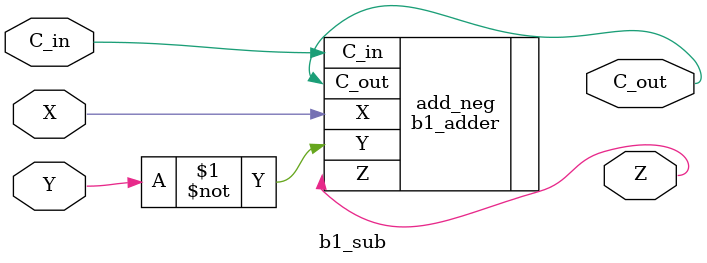
<source format=v>
`timescale 1ns / 1ps

module b1_sub(X, Y, C_in, Z, C_out);
    input wire X, Y, C_in;
    output wire Z, C_out;

    wire carry_sum, cout1, cout2, cout3;

    b1_adder add_neg (.X(X), .Y(~Y), .C_in(C_in), .Z(Z), .C_out(C_out));

endmodule
</source>
